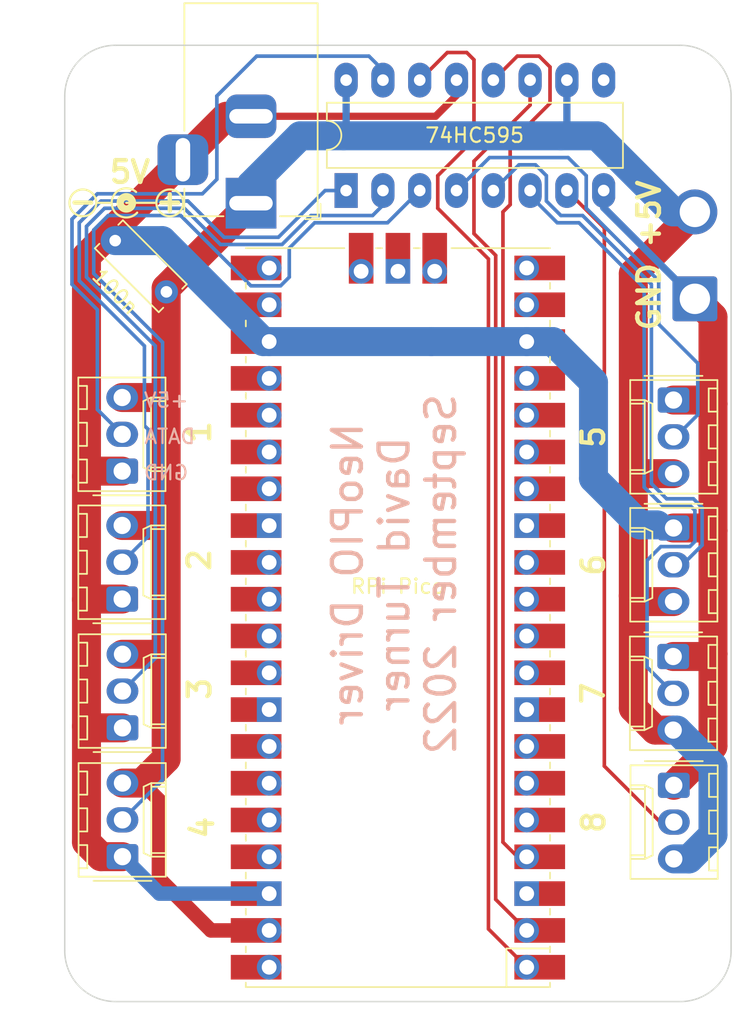
<source format=kicad_pcb>
(kicad_pcb (version 20211014) (generator pcbnew)
  (layers (0 "F.Cu" signal) (31 "B.Cu" signal) (34 "B.Paste" user) (35 "F.Paste" user) (36 "B.SilkS" user "B.Silkscreen") (37 "F.SilkS" user "F.Silkscreen") (38 "B.Mask" user) (39 "F.Mask" user) (44 "Edge.Cuts" user))
  (net 0 "")
  (net 1 "GND")
  (net 2 "+5V")
  (net 3 "Net-(J3-Pad2)")
  (net 4 "Net-(J4-Pad2)")
  (net 5 "Net-(J5-Pad2)")
  (net 6 "Net-(J6-Pad2)")
  (net 7 "Net-(J7-Pad2)")
  (net 8 "Net-(J8-Pad2)")
  (net 9 "Net-(J9-Pad2)")
  (net 10 "Net-(J10-Pad2)")
  (net 12 "/CLOCK")
  (net 13 "/LATCH")
  (net 14 "/DATA")
  (footprint "MountingHole:MountingHole_3.2mm_M3" (layer "F.Cu") (at 100.5 49.5)
    (fp_text reference "H1" hide)
    (fp_text value "MountingHole")
    (pad "" np_thru_hole circle (at 0 0) (size 3.2 3.2) (drill 3.2) (layers *.Cu *.Mask))
  )
  (footprint "MountingHole:MountingHole_3.2mm_M3" (layer "F.Cu") (at 100.5 108.5)
    (fp_text reference "H3" hide)
    (fp_text value "MountingHole")
    (pad "" np_thru_hole circle (at 0 0) (size 3.2 3.2) (drill 3.2) (layers *.Cu *.Mask))
  )
  (footprint "Connector_Molex:Molex_KK-254_AE-6410-03A_1x03_P2.54mm_Vertical" (layer "F.Cu") (at 100.965 75.39 90)
    (fp_text reference "J3" hide)
    (fp_text value "1" (at 2.695 5.325 90) (layer "F.SilkS") (effects (font (size 1.5 1.5) (thickness 0.3))))
    (pad "1" thru_hole roundrect (at 0 0 90) (size 1.74 2.19) (drill 1.19) (layers *.Cu *.Mask) (roundrect_rratio 0.1436781609) (net 1 "GND"))
    (pad "2" thru_hole oval (at 2.54 0 90) (size 1.74 2.19) (drill 1.19) (layers *.Cu *.Mask) (net 3 "Net-(J3-Pad2)"))
    (pad "3" thru_hole oval (at 5.08 0 90) (size 1.74 2.19) (drill 1.19) (layers *.Cu *.Mask) (net 2 "+5V"))
  )
  (footprint "Connector_Molex:Molex_KK-254_AE-6410-03A_1x03_P2.54mm_Vertical" (layer "F.Cu") (at 139.025 70.485 -90)
    (fp_text reference "J7" hide)
    (fp_text value "5" (at 2.54 5.535 90) (layer "F.SilkS") (effects (font (size 1.5 1.5) (thickness 0.3))))
    (pad "1" thru_hole roundrect (at 0 0 270) (size 1.74 2.19) (drill 1.19) (layers *.Cu *.Mask) (roundrect_rratio 0.1436781609) (net 1 "GND"))
    (pad "2" thru_hole oval (at 2.54 0 270) (size 1.74 2.19) (drill 1.19) (layers *.Cu *.Mask) (net 7 "Net-(J7-Pad2)"))
    (pad "3" thru_hole oval (at 5.08 0 270) (size 1.74 2.19) (drill 1.19) (layers *.Cu *.Mask) (net 2 "+5V"))
  )
  (footprint "Connector_Molex:Molex_KK-254_AE-6410-03A_1x03_P2.54mm_Vertical" (layer "F.Cu") (at 100.985 93.11 90)
    (fp_text reference "J5" hide)
    (fp_text value "3" (at 2.695 5.325 90) (layer "F.SilkS") (effects (font (size 1.5 1.5) (thickness 0.3))))
    (pad "1" thru_hole roundrect (at 0 0 90) (size 1.74 2.19) (drill 1.19) (layers *.Cu *.Mask) (roundrect_rratio 0.1436781609) (net 1 "GND"))
    (pad "2" thru_hole oval (at 2.54 0 90) (size 1.74 2.19) (drill 1.19) (layers *.Cu *.Mask) (net 5 "Net-(J5-Pad2)"))
    (pad "3" thru_hole oval (at 5.08 0 90) (size 1.74 2.19) (drill 1.19) (layers *.Cu *.Mask) (net 2 "+5V"))
  )
  (footprint "Package_DIP:DIP-16_W7.62mm_LongPads" (layer "F.Cu") (at 116.425 56.025 90)
    (fp_text reference "U1" hide)
    (fp_text value "74HC595" (at 3.81 8.875 180) (layer "F.SilkS"))
    (pad "1" thru_hole rect (at 0 0 90) (size 2.4 1.6) (drill 0.8) (layers *.Cu *.Mask) (net 4 "Net-(J4-Pad2)"))
    (pad "2" thru_hole oval (at 0 2.54 90) (size 2.4 1.6) (drill 0.8) (layers *.Cu *.Mask) (net 5 "Net-(J5-Pad2)"))
    (pad "3" thru_hole oval (at 0 5.08 90) (size 2.4 1.6) (drill 0.8) (layers *.Cu *.Mask) (net 6 "Net-(J6-Pad2)"))
    (pad "4" thru_hole oval (at 0 7.62 90) (size 2.4 1.6) (drill 0.8) (layers *.Cu *.Mask) (net 7 "Net-(J7-Pad2)"))
    (pad "5" thru_hole oval (at 0 10.16 90) (size 2.4 1.6) (drill 0.8) (layers *.Cu *.Mask) (net 8 "Net-(J8-Pad2)"))
    (pad "6" thru_hole oval (at 0 12.7 90) (size 2.4 1.6) (drill 0.8) (layers *.Cu *.Mask) (net 9 "Net-(J9-Pad2)"))
    (pad "7" thru_hole oval (at 0 15.24 90) (size 2.4 1.6) (drill 0.8) (layers *.Cu *.Mask) (net 10 "Net-(J10-Pad2)"))
    (pad "8" thru_hole oval (at 0 17.78 90) (size 2.4 1.6) (drill 0.8) (layers *.Cu *.Mask) (net 1 "GND"))
    (pad "9" thru_hole oval (at 7.62 17.78 90) (size 2.4 1.6) (drill 0.8) (layers *.Cu *.Mask))
    (pad "10" thru_hole oval (at 7.62 15.24 90) (size 2.4 1.6) (drill 0.8) (layers *.Cu *.Mask) (net 2 "+5V"))
    (pad "11" thru_hole oval (at 7.62 12.7 90) (size 2.4 1.6) (drill 0.8) (layers *.Cu *.Mask) (net 12 "/CLOCK"))
    (pad "12" thru_hole oval (at 7.62 10.16 90) (size 2.4 1.6) (drill 0.8) (layers *.Cu *.Mask) (net 13 "/LATCH"))
    (pad "13" thru_hole oval (at 7.62 7.62 90) (size 2.4 1.6) (drill 0.8) (layers *.Cu *.Mask) (net 1 "GND"))
    (pad "14" thru_hole oval (at 7.62 5.08 90) (size 2.4 1.6) (drill 0.8) (layers *.Cu *.Mask) (net 14 "/DATA"))
    (pad "15" thru_hole oval (at 7.62 2.54 90) (size 2.4 1.6) (drill 0.8) (layers *.Cu *.Mask) (net 3 "Net-(J3-Pad2)"))
    (pad "16" thru_hole oval (at 7.62 0 90) (size 2.4 1.6) (drill 0.8) (layers *.Cu *.Mask) (net 2 "+5V"))
  )
  (footprint "RPi_Pico:RPi_Pico_SMD_TH" (layer "F.Cu") (at 120 85.5 180)
    (fp_text reference "U2" hide)
    (fp_text value "RPi Pico" (at 0 2.159) (layer "F.SilkS"))
    (pad "" np_thru_hole oval (at 2.425 -20.97 180) (size 1.5 1.5) (drill 1.5) (layers *.Cu *.Mask))
    (pad "" np_thru_hole oval (at -2.725 -24 180) (size 1.8 1.8) (drill 1.8) (layers *.Cu *.Mask))
    (pad "" np_thru_hole oval (at -2.425 -20.97 180) (size 1.5 1.5) (drill 1.5) (layers *.Cu *.Mask))
    (pad "" np_thru_hole oval (at 2.725 -24 180) (size 1.8 1.8) (drill 1.8) (layers *.Cu *.Mask))
    (pad "1" thru_hole oval (at -8.89 -24.13 180) (size 1.7 1.7) (drill 1.02) (layers *.Cu *.Mask) (net 14 "/DATA"))
    (pad "1" smd rect (at -8.89 -24.13 180) (size 3.5 1.7) (drill (offset -0.9 0)) (layers "F.Cu" "F.Mask") (net 14 "/DATA"))
    (pad "2" smd rect (at -8.89 -21.59 180) (size 3.5 1.7) (drill (offset -0.9 0)) (layers "F.Cu" "F.Mask") (net 12 "/CLOCK"))
    (pad "2" thru_hole oval (at -8.89 -21.59 180) (size 1.7 1.7) (drill 1.02) (layers *.Cu *.Mask) (net 12 "/CLOCK"))
    (pad "3" thru_hole rect (at -8.89 -19.05 180) (size 1.7 1.7) (drill 1.02) (layers *.Cu *.Mask))
    (pad "3" smd rect (at -8.89 -19.05 180) (size 3.5 1.7) (drill (offset -0.9 0)) (layers "F.Cu" "F.Mask"))
    (pad "4" smd rect (at -8.89 -16.51 180) (size 3.5 1.7) (drill (offset -0.9 0)) (layers "F.Cu" "F.Mask") (net 13 "/LATCH"))
    (pad "4" thru_hole oval (at -8.89 -16.51 180) (size 1.7 1.7) (drill 1.02) (layers *.Cu *.Mask) (net 13 "/LATCH"))
    (pad "5" smd rect (at -8.89 -13.97 180) (size 3.5 1.7) (drill (offset -0.9 0)) (layers "F.Cu" "F.Mask"))
    (pad "5" thru_hole oval (at -8.89 -13.97 180) (size 1.7 1.7) (drill 1.02) (layers *.Cu *.Mask))
    (pad "6" thru_hole oval (at -8.89 -11.43 180) (size 1.7 1.7) (drill 1.02) (layers *.Cu *.Mask))
    (pad "6" smd rect (at -8.89 -11.43 180) (size 3.5 1.7) (drill (offset -0.9 0)) (layers "F.Cu" "F.Mask"))
    (pad "7" thru_hole oval (at -8.89 -8.89 180) (size 1.7 1.7) (drill 1.02) (layers *.Cu *.Mask))
    (pad "7" smd rect (at -8.89 -8.89 180) (size 3.5 1.7) (drill (offset -0.9 0)) (layers "F.Cu" "F.Mask"))
    (pad "8" thru_hole rect (at -8.89 -6.35 180) (size 1.7 1.7) (drill 1.02) (layers *.Cu *.Mask))
    (pad "8" smd rect (at -8.89 -6.35 180) (size 3.5 1.7) (drill (offset -0.9 0)) (layers "F.Cu" "F.Mask"))
    (pad "9" thru_hole oval (at -8.89 -3.81 180) (size 1.7 1.7) (drill 1.02) (layers *.Cu *.Mask))
    (pad "9" smd rect (at -8.89 -3.81 180) (size 3.5 1.7) (drill (offset -0.9 0)) (layers "F.Cu" "F.Mask"))
    (pad "10" thru_hole oval (at -8.89 -1.27 180) (size 1.7 1.7) (drill 1.02) (layers *.Cu *.Mask))
    (pad "10" smd rect (at -8.89 -1.27 180) (size 3.5 1.7) (drill (offset -0.9 0)) (layers "F.Cu" "F.Mask"))
    (pad "11" thru_hole oval (at -8.89 1.27 180) (size 1.7 1.7) (drill 1.02) (layers *.Cu *.Mask))
    (pad "11" smd rect (at -8.89 1.27 180) (size 3.5 1.7) (drill (offset -0.9 0)) (layers "F.Cu" "F.Mask"))
    (pad "12" smd rect (at -8.89 3.81 180) (size 3.5 1.7) (drill (offset -0.9 0)) (layers "F.Cu" "F.Mask"))
    (pad "12" thru_hole oval (at -8.89 3.81 180) (size 1.7 1.7) (drill 1.02) (layers *.Cu *.Mask))
    (pad "13" thru_hole rect (at -8.89 6.35 180) (size 1.7 1.7) (drill 1.02) (layers *.Cu *.Mask))
    (pad "13" smd rect (at -8.89 6.35 180) (size 3.5 1.7) (drill (offset -0.9 0)) (layers "F.Cu" "F.Mask"))
    (pad "14" thru_hole oval (at -8.89 8.89 180) (size 1.7 1.7) (drill 1.02) (layers *.Cu *.Mask))
    (pad "14" smd rect (at -8.89 8.89 180) (size 3.5 1.7) (drill (offset -0.9 0)) (layers "F.Cu" "F.Mask"))
    (pad "15" thru_hole oval (at -8.89 11.43 180) (size 1.7 1.7) (drill 1.02) (layers *.Cu *.Mask))
    (pad "15" smd rect (at -8.89 11.43 180) (size 3.5 1.7) (drill (offset -0.9 0)) (layers "F.Cu" "F.Mask"))
    (pad "16" smd rect (at -8.89 13.97 180) (size 3.5 1.7) (drill (offset -0.9 0)) (layers "F.Cu" "F.Mask"))
    (pad "16" thru_hole oval (at -8.89 13.97 180) (size 1.7 1.7) (drill 1.02) (layers *.Cu *.Mask))
    (pad "17" thru_hole oval (at -8.89 16.51 180) (size 1.7 1.7) (drill 1.02) (layers *.Cu *.Mask))
    (pad "17" smd rect (at -8.89 16.51 180) (size 3.5 1.7) (drill (offset -0.9 0)) (layers "F.Cu" "F.Mask"))
    (pad "18" thru_hole rect (at -8.89 19.05 180) (size 1.7 1.7) (drill 1.02) (layers *.Cu *.Mask) (net 1 "GND"))
    (pad "18" smd rect (at -8.89 19.05 180) (size 3.5 1.7) (drill (offset -0.9 0)) (layers "F.Cu" "F.Mask") (net 1 "GND"))
    (pad "19" thru_hole oval (at -8.89 21.59 180) (size 1.7 1.7) (drill 1.02) (layers *.Cu *.Mask))
    (pad "19" smd rect (at -8.89 21.59 180) (size 3.5 1.7) (drill (offset -0.9 0)) (layers "F.Cu" "F.Mask"))
    (pad "20" thru_hole oval (at -8.89 24.13 180) (size 1.7 1.7) (drill 1.02) (layers *.Cu *.Mask))
    (pad "20" smd rect (at -8.89 24.13 180) (size 3.5 1.7) (drill (offset -0.9 0)) (layers "F.Cu" "F.Mask"))
    (pad "21" thru_hole oval (at 8.89 24.13 180) (size 1.7 1.7) (drill 1.02) (layers *.Cu *.Mask))
    (pad "21" smd rect (at 8.89 24.13 180) (size 3.5 1.7) (drill (offset 0.9 0)) (layers "F.Cu" "F.Mask"))
    (pad "22" thru_hole oval (at 8.89 21.59 180) (size 1.7 1.7) (drill 1.02) (layers *.Cu *.Mask))
    (pad "22" smd rect (at 8.89 21.59 180) (size 3.5 1.7) (drill (offset 0.9 0)) (layers "F.Cu" "F.Mask"))
    (pad "23" thru_hole rect (at 8.89 19.05 180) (size 1.7 1.7) (drill 1.02) (layers *.Cu *.Mask) (net 1 "GND"))
    (pad "23" smd rect (at 8.89 19.05 180) (size 3.5 1.7) (drill (offset 0.9 0)) (layers "F.Cu" "F.Mask") (net 1 "GND"))
    (pad "24" smd rect (at 8.89 16.51 180) (size 3.5 1.7) (drill (offset 0.9 0)) (layers "F.Cu" "F.Mask"))
    (pad "24" thru_hole oval (at 8.89 16.51 180) (size 1.7 1.7) (drill 1.02) (layers *.Cu *.Mask))
    (pad "25" smd rect (at 8.89 13.97 180) (size 3.5 1.7) (drill (offset 0.9 0)) (layers "F.Cu" "F.Mask"))
    (pad "25" thru_hole oval (at 8.89 13.97 180) (size 1.7 1.7) (drill 1.02) (layers *.Cu *.Mask))
    (pad "26" smd rect (at 8.89 11.43 180) (size 3.5 1.7) (drill (offset 0.9 0)) (layers "F.Cu" "F.Mask"))
    (pad "26" thru_hole oval (at 8.89 11.43 180) (size 1.7 1.7) (drill 1.02) (layers *.Cu *.Mask))
    (pad "27" thru_hole oval (at 8.89 8.89 180) (size 1.7 1.7) (drill 1.02) (layers *.Cu *.Mask))
    (pad "27" smd rect (at 8.89 8.89 180) (size 3.5 1.7) (drill (offset 0.9 0)) (layers "F.Cu" "F.Mask"))
    (pad "28" smd rect (at 8.89 6.35 180) (size 3.5 1.7) (drill (offset 0.9 0)) (layers "F.Cu" "F.Mask"))
    (pad "28" thru_hole rect (at 8.89 6.35 180) (size 1.7 1.7) (drill 1.02) (layers *.Cu *.Mask))
    (pad "29" smd rect (at 8.89 3.81 180) (size 3.5 1.7) (drill (offset 0.9 0)) (layers "F.Cu" "F.Mask"))
    (pad "29" thru_hole oval (at 8.89 3.81 180) (size 1.7 1.7) (drill 1.02) (layers *.Cu *.Mask))
    (pad "30" thru_hole oval (at 8.89 1.27 180) (size 1.7 1.7) (drill 1.02) (layers *.Cu *.Mask))
    (pad "30" smd rect (at 8.89 1.27 180) (size 3.5 1.7) (drill (offset 0.9 0)) (layers "F.Cu" "F.Mask"))
    (pad "31" thru_hole oval (at 8.89 -1.27 180) (size 1.7 1.7) (drill 1.02) (layers *.Cu *.Mask))
    (pad "31" smd rect (at 8.89 -1.27 180) (size 3.5 1.7) (drill (offset 0.9 0)) (layers "F.Cu" "F.Mask"))
    (pad "32" smd rect (at 8.89 -3.81 180) (size 3.5 1.7) (drill (offset 0.9 0)) (layers "F.Cu" "F.Mask"))
    (pad "32" thru_hole oval (at 8.89 -3.81 180) (size 1.7 1.7) (drill 1.02) (layers *.Cu *.Mask))
    (pad "33" smd rect (at 8.89 -6.35 180) (size 3.5 1.7) (drill (offset 0.9 0)) (layers "F.Cu" "F.Mask"))
    (pad "33" thru_hole rect (at 8.89 -6.35 180) (size 1.7 1.7) (drill 1.02) (layers *.Cu *.Mask))
    (pad "34" smd rect (at 8.89 -8.89 180) (size 3.5 1.7) (drill (offset 0.9 0)) (layers "F.Cu" "F.Mask"))
    (pad "34" thru_hole oval (at 8.89 -8.89 180) (size 1.7 1.7) (drill 1.02) (layers *.Cu *.Mask))
    (pad "35" smd rect (at 8.89 -11.43 180) (size 3.5 1.7) (drill (offset 0.9 0)) (layers "F.Cu" "F.Mask"))
    (pad "35" thru_hole oval (at 8.89 -11.43 180) (size 1.7 1.7) (drill 1.02) (layers *.Cu *.Mask))
    (pad "36" smd rect (at 8.89 -13.97 180) (size 3.5 1.7) (drill (offset 0.9 0)) (layers "F.Cu" "F.Mask"))
    (pad "36" thru_hole oval (at 8.89 -13.97 180) (size 1.7 1.7) (drill 1.02) (layers *.Cu *.Mask))
    (pad "37" thru_hole oval (at 8.89 -16.51 180) (size 1.7 1.7) (drill 1.02) (layers *.Cu *.Mask))
    (pad "37" smd rect (at 8.89 -16.51 180) (size 3.5 1.7) (drill (offset 0.9 0)) (layers "F.Cu" "F.Mask"))
    (pad "38" thru_hole rect (at 8.89 -19.05 180) (size 1.7 1.7) (drill 1.02) (layers *.Cu *.Mask) (net 1 "GND"))
    (pad "38" smd rect (at 8.89 -19.05 180) (size 3.5 1.7) (drill (offset 0.9 0)) (layers "F.Cu" "F.Mask") (net 1 "GND"))
    (pad "39" smd rect (at 8.89 -21.59 180) (size 3.5 1.7) (drill (offset 0.9 0)) (layers "F.Cu" "F.Mask") (net 2 "+5V"))
    (pad "39" thru_hole oval (at 8.89 -21.59 180) (size 1.7 1.7) (drill 1.02) (layers *.Cu *.Mask) (net 2 "+5V"))
    (pad "40" smd rect (at 8.89 -24.13 180) (size 3.5 1.7) (drill (offset 0.9 0)) (layers "F.Cu" "F.Mask"))
    (pad "40" thru_hole oval (at 8.89 -24.13 180) (size 1.7 1.7) (drill 1.02) (layers *.Cu *.Mask))
    (pad "41" smd rect (at -2.54 23.9 270) (size 3.5 1.7) (drill (offset -0.9 0)) (layers "F.Cu" "F.Mask"))
    (pad "41" thru_hole oval (at -2.54 23.9 180) (size 1.7 1.7) (drill 1.02) (layers *.Cu *.Mask))
    (pad "42" thru_hole rect (at 0 23.9 180) (size 1.7 1.7) (drill 1.02) (layers *.Cu *.Mask))
    (pad "42" smd rect (at 0 23.9 270) (size 3.5 1.7) (drill (offset -0.9 0)) (layers "F.Cu" "F.Mask"))
    (pad "43" smd rect (at 2.54 23.9 270) (size 3.5 1.7) (drill (offset -0.9 0)) (layers "F.Cu" "F.Mask"))
    (pad "43" thru_hole oval (at 2.54 23.9 180) (size 1.7 1.7) (drill 1.02) (layers *.Cu *.Mask))
  )
  (footprint "Connector_Molex:Molex_KK-254_AE-6410-03A_1x03_P2.54mm_Vertical" (layer "F.Cu") (at 139.025 79.315 -90)
    (fp_text reference "J8" hide)
    (fp_text value "6" (at 2.54 5.535 90) (layer "F.SilkS") (effects (font (size 1.5 1.5) (thickness 0.3))))
    (pad "1" thru_hole roundrect (at 0 0 270) (size 1.74 2.19) (drill 1.19) (layers *.Cu *.Mask) (roundrect_rratio 0.1436781609) (net 1 "GND"))
    (pad "2" thru_hole oval (at 2.54 0 270) (size 1.74 2.19) (drill 1.19) (layers *.Cu *.Mask) (net 8 "Net-(J8-Pad2)"))
    (pad "3" thru_hole oval (at 5.08 0 270) (size 1.74 2.19) (drill 1.19) (layers *.Cu *.Mask) (net 2 "+5V"))
  )
  (footprint "MountingHole:MountingHole_3.2mm_M3" (layer "F.Cu") (at 139.5 108.5)
    (fp_text reference "H4" hide)
    (fp_text value "MountingHole")
    (pad "" np_thru_hole circle (at 0 0) (size 3.2 3.2) (drill 3.2) (layers *.Cu *.Mask))
  )
  (footprint "Connector_BarrelJack:BarrelJack_Horizontal" (layer "F.Cu") (at 109.8575 56.9 -90)
    (fp_text reference "J2" hide)
    (fp_text value "5V" (at -2.15 8.3575) (layer "F.SilkS") (effects (font (size 1.5 1.5) (thickness 0.3))))
    (pad "1" thru_hole rect (at 0 0 270) (size 3.5 3.5) (drill oval 1 3) (layers *.Cu *.Mask) (net 2 "+5V"))
    (pad "2" thru_hole roundrect (at -6 0 270) (size 3 3.5) (drill oval 1 3) (layers *.Cu *.Mask) (net 1 "GND"))
    (pad "3" thru_hole roundrect (at -3 4.7 270) (size 3.5 3.5) (drill oval 3 1) (layers *.Cu *.Mask) (net 1 "GND"))
  )
  (footprint "Connector_Molex:Molex_KK-254_AE-6410-03A_1x03_P2.54mm_Vertical" (layer "F.Cu") (at 100.965 84.22 90)
    (fp_text reference "J4" hide)
    (fp_text value "2" (at 2.695 5.325 90) (layer "F.SilkS") (effects (font (size 1.5 1.5) (thickness 0.3))))
    (pad "1" thru_hole roundrect (at 0 0 90) (size 1.74 2.19) (drill 1.19) (layers *.Cu *.Mask) (roundrect_rratio 0.1436781609) (net 1 "GND"))
    (pad "2" thru_hole oval (at 2.54 0 90) (size 1.74 2.19) (drill 1.19) (layers *.Cu *.Mask) (net 4 "Net-(J4-Pad2)"))
    (pad "3" thru_hole oval (at 5.08 0 90) (size 1.74 2.19) (drill 1.19) (layers *.Cu *.Mask) (net 2 "+5V"))
  )
  (footprint "Capacitor_THT:C_Disc_D6.0mm_W2.5mm_P5.00mm" (layer "F.Cu") (at 104.017767 63.017767 135)
    (fp_text reference "C1" hide)
    (fp_text value "100n" (at 2.5 -2.474874 315 unlocked) (layer "F.SilkS"))
    (pad "1" thru_hole circle (at 0 0 135) (size 1.6 1.6) (drill 0.8) (layers *.Cu *.Mask) (net 2 "+5V"))
    (pad "2" thru_hole circle (at 5 0 135) (size 1.6 1.6) (drill 0.8) (layers *.Cu *.Mask) (net 1 "GND"))
  )
  (footprint "Connector_Wire:SolderWire-1.5sqmm_1x02_P6mm_D1.7mm_OD3mm" (layer "F.Cu") (at 140.5 63.5 90)
    (fp_text reference "J1" hide)
    (fp_text value "GND +5V" (at 3 -3.16 90) (layer "F.SilkS") (effects (font (size 1.5 1.5) (thickness 0.3))))
    (pad "1" thru_hole roundrect (at 0 0 90) (size 3.1 3.1) (drill 2.1) (layers *.Cu *.Mask) (roundrect_rratio 0.08064483871) (net 1 "GND"))
    (pad "2" thru_hole circle (at 6 0 90) (size 3.1 3.1) (drill 2.1) (layers *.Cu *.Mask) (net 2 "+5V"))
  )
  (footprint "MountingHole:MountingHole_3.2mm_M3" (layer "F.Cu") (at 139.5 49.5)
    (fp_text reference "H2" hide)
    (fp_text value "MountingHole")
    (pad "" np_thru_hole circle (at 0 0) (size 3.2 3.2) (drill 3.2) (layers *.Cu *.Mask))
  )
  (footprint "Connector_Molex:Molex_KK-254_AE-6410-03A_1x03_P2.54mm_Vertical" (layer "F.Cu") (at 100.985 102 90)
    (fp_text reference "J6" hide)
    (fp_text value "4" (at 2 5.515 90) (layer "F.SilkS") (effects (font (size 1.5 1.5) (thickness 0.3))))
    (pad "1" thru_hole roundrect (at 0 0 90) (size 1.74 2.19) (drill 1.19) (layers *.Cu *.Mask) (roundrect_rratio 0.1436781609) (net 1 "GND"))
    (pad "2" thru_hole oval (at 2.54 0 90) (size 1.74 2.19) (drill 1.19) (layers *.Cu *.Mask) (net 6 "Net-(J6-Pad2)"))
    (pad "3" thru_hole oval (at 5.08 0 90) (size 1.74 2.19) (drill 1.19) (layers *.Cu *.Mask) (net 2 "+5V"))
  )
  (footprint "Connector_Molex:Molex_KK-254_AE-6410-03A_1x03_P2.54mm_Vertical" (layer "F.Cu") (at 139.045 97.075 -90)
    (fp_text reference "J10" hide)
    (fp_text value "8" (at 2.54 5.535 90) (layer "F.SilkS") (effects (font (size 1.5 1.5) (thickness 0.3))))
    (pad "1" thru_hole roundrect (at 0 0 270) (size 1.74 2.19) (drill 1.19) (layers *.Cu *.Mask) (roundrect_rratio 0.1436781609) (net 1 "GND"))
    (pad "2" thru_hole oval (at 2.54 0 270) (size 1.74 2.19) (drill 1.19) (layers *.Cu *.Mask) (net 10 "Net-(J10-Pad2)"))
    (pad "3" thru_hole oval (at 5.08 0 270) (size 1.74 2.19) (drill 1.19) (layers *.Cu *.Mask) (net 2 "+5V"))
  )
  (footprint "Connector_Molex:Molex_KK-254_AE-6410-03A_1x03_P2.54mm_Vertical" (layer "F.Cu") (at 139.005 88.185 -90)
    (fp_text reference "J9" hide)
    (fp_text value "7" (at 2.54 5.535 90) (layer "F.SilkS") (effects (font (size 1.5 1.5) (thickness 0.3))))
    (pad "1" thru_hole roundrect (at 0 0 270) (size 1.74 2.19) (drill 1.19) (layers *.Cu *.Mask) (roundrect_rratio 0.1436781609) (net 1 "GND"))
    (pad "2" thru_hole oval (at 2.54 0 270) (size 1.74 2.19) (drill 1.19) (layers *.Cu *.Mask) (net 9 "Net-(J9-Pad2)"))
    (pad "3" thru_hole oval (at 5.08 0 270) (size 1.74 2.19) (drill 1.19) (layers *.Cu *.Mask) (net 2 "+5V"))
  )
  (footprint "Symbol:Symbol_Barrel_Polarity" (layer "F.Cu") (at 101.25 56.8)
    (fp_text reference "REF**" hide)
    (fp_text value "Symbol_Barrel_Polarity")
  )
  (gr_arc (start 143 108.5) (mid 141.974874 110.974874) (end 139.5 112) (layer "Edge.Cuts") (width 0.1))
  (gr_arc (start 100.5 112) (mid 98.025126 110.974874) (end 97 108.5) (layer "Edge.Cuts") (width 0.1))
  (gr_arc (start 97 49.5) (mid 98.025126 47.025126) (end 100.5 46) (layer "Edge.Cuts") (width 0.1))
  (gr_line (start 143 49.5) (end 143 108.5) (layer "Edge.Cuts") (width 0.1))
  (gr_line (start 97 108.5) (end 97 49.5) (layer "Edge.Cuts") (width 0.1))
  (gr_line (start 100.5 46) (end 139.5 46) (layer "Edge.Cuts") (width 0.1))
  (gr_arc (start 139.5 46) (mid 141.974874 47.025126) (end 143 49.5) (layer "Edge.Cuts") (width 0.1))
  (gr_line (start 139.5 112) (end 100.5 112) (layer "Edge.Cuts") (width 0.1))
  (gr_text "GND" (at 104 75.5) (layer "B.SilkS") (effects (font (size 1 1)) (justify mirror)))
  (gr_text "DATA" (at 104.25 73) (layer "B.SilkS") (effects (font (size 1 1)) (justify mirror)))
  (gr_text "+5V" (at 104 70.5) (layer "B.SilkS") (effects (font (size 1 1)) (justify mirror)))
  (gr_text "NeoPIO Driver\nDavid Turner\nSeptember 2022" (at 119.75 82.5 90) (layer "B.SilkS") (effects (font (size 2 2) (thickness 0.3)) (justify mirror)))
  (gr_text "-" (at 98.25 56.75) (layer "F.SilkS") (effects (font (size 1.5 1.5) (thickness 0.3)) (justify mirror)))
  (gr_text "+" (at 104.25 56.75) (layer "F.SilkS") (effects (font (size 1.5 1.5) (thickness 0.3)) (justify mirror)))
  (segment (start 139.025 79.315) (end 141.565 79.315) (width 2) (layer "F.Cu") (net 1))
  (segment (start 100.965 84.22) (end 98.53 84.22) (width 2) (layer "F.Cu") (net 1))
  (segment (start 98.5 101) (end 98.5 93) (width 2) (layer "F.Cu") (net 1))
  (segment (start 98.86 75.39) (end 98.5 75.75) (width 2) (layer "F.Cu") (net 1))
  (segment (start 108.1575 50.9) (end 109.8575 50.9) (width 2) (layer "F.Cu") (net 1))
  (segment (start 141.75 79.5) (end 141.75 88) (width 2) (layer "F.Cu") (net 1))
  (segment (start 100.985 93.11) (end 98.61 93.11) (width 2) (layer "F.Cu") (net 1))
  (segment (start 124.045 48.405) (end 124.045 49.455) (width 0.5) (layer "F.Cu") (net 1))
  (segment (start 99.5 102) (end 98.5 101) (width 2) (layer "F.Cu") (net 1))
  (segment (start 141.75 88) (end 141.75 94.37) (width 2) (layer "F.Cu") (net 1))
  (segment (start 98.5 60.5575) (end 105.1575 53.9) (width 2) (layer "F.Cu") (net 1))
  (segment (start 98.53 84.22) (end 98.5 84.25) (width 2) (layer "F.Cu") (net 1))
  (segment (start 141.565 88.185) (end 141.75 88) (width 2) (layer "F.Cu") (net 1))
  (segment (start 98.61 93.11) (end 98.5 93) (width 2) (layer "F.Cu") (net 1))
  (segment (start 141.75 64.75) (end 141.75 70.75) (width 2) (layer "F.Cu") (net 1))
  (segment (start 100.985 102) (end 99.5 102) (width 2) (layer "F.Cu") (net 1))
  (segment (start 141.485 70.485) (end 141.75 70.75) (width 2) (layer "F.Cu") (net 1))
  (segment (start 124.045 49.455) (end 122.6 50.9) (width 0.5) (layer "F.Cu") (net 1))
  (segment (start 141.565 79.315) (end 141.75 79.5) (width 2) (layer "F.Cu") (net 1))
  (segment (start 98.5 93) (end 98.5 84.25) (width 2) (layer "F.Cu") (net 1))
  (segment (start 100.965 75.39) (end 98.86 75.39) (width 2) (layer "F.Cu") (net 1))
  (segment (start 140.5 63.5) (end 141.75 64.75) (width 2) (layer "F.Cu") (net 1))
  (segment (start 139.045 97.075) (end 141.75 94.37) (width 2) (layer "F.Cu") (net 1))
  (segment (start 105.1575 53.9) (end 108.1575 50.9) (width 2) (layer "F.Cu") (net 1))
  (segment (start 141.75 70.75) (end 141.75 79.5) (width 2) (layer "F.Cu") (net 1))
  (segment (start 98.5 84.25) (end 98.5 75.75) (width 2) (layer "F.Cu") (net 1))
  (segment (start 139.025 70.485) (end 141.485 70.485) (width 2) (layer "F.Cu") (net 1))
  (segment (start 139.005 88.185) (end 141.565 88.185) (width 2) (layer "F.Cu") (net 1))
  (segment (start 98.5 75.75) (end 98.5 60.5575) (width 2) (layer "F.Cu") (net 1))
  (segment (start 122.6 50.9) (end 109.8575 50.9) (width 0.5) (layer "F.Cu") (net 1))
  (segment (start 111.11 104.55) (end 103.535 104.55) (width 1) (layer "B.Cu") (net 1))
  (segment (start 136.7 79.1) (end 137.9 79.1) (width 2) (layer "B.Cu") (net 1))
  (segment (start 134.205 57.205) (end 140.5 63.5) (width 0.5) (layer "B.Cu") (net 1))
  (segment (start 103.535 104.55) (end 100.985 102) (width 1) (layer "B.Cu") (net 1))
  (segment (start 122.3 66.45) (end 128.89 66.45) (width 2) (layer "B.Cu") (net 1))
  (segment (start 134.205 56.025) (end 134.205 57.205) (width 0.5) (layer "B.Cu") (net 1))
  (segment (start 122.3 66.45) (end 111.11 66.45) (width 2) (layer "B.Cu") (net 1))
  (segment (start 133.5 69.25) (end 133.5 75.9) (width 2) (layer "B.Cu") (net 1))
  (segment (start 139.025 79.315) (end 138.115 79.315) (width 1.5) (layer "B.Cu") (net 1))
  (segment (start 111.11 66.45) (end 110.7 66.45) (width 2) (layer "B.Cu") (net 1))
  (segment (start 130.7 66.45) (end 133.5 69.25) (width 2) (layer "B.Cu") (net 1))
  (segment (start 138.115 79.315) (end 137.9 79.1) (width 1.5) (layer "B.Cu") (net 1))
  (segment (start 103.732233 59.482233) (end 100.482233 59.482233) (width 2) (layer "B.Cu") (net 1))
  (segment (start 128.89 66.45) (end 130.7 66.45) (width 2) (layer "B.Cu") (net 1))
  (segment (start 133.5 75.9) (end 136.7 79.1) (width 2) (layer "B.Cu") (net 1))
  (segment (start 110.7 66.45) (end 103.732233 59.482233) (width 2) (layer "B.Cu") (net 1))
  (segment (start 139.025 84.395) (end 136.645 84.395) (width 2) (layer "F.Cu") (net 2))
  (segment (start 137.765 93.265) (end 139.005 93.265) (width 2) (layer "F.Cu") (net 2))
  (segment (start 107.09 107.09) (end 111.11 107.09) (width 1) (layer "F.Cu") (net 2))
  (segment (start 103.5 98.09) (end 102.33 96.92) (width 1) (layer "F.Cu") (net 2))
  (segment (start 136.935 75.565) (end 136.25 76.25) (width 2) (layer "F.Cu") (net 2))
  (segment (start 104 71) (end 104 79.75) (width 2) (layer "F.Cu") (net 2))
  (segment (start 136.25 91.75) (end 137.765 93.265) (width 2) (layer "F.Cu") (net 2))
  (segment (start 103.5 103.5) (end 107.09 107.09) (width 1) (layer "F.Cu") (net 2))
  (segment (start 139.025 75.565) (end 136.935 75.565) (width 2) (layer "F.Cu") (net 2))
  (segment (start 100.965 70.31) (end 103.31 70.31) (width 2) (layer "F.Cu") (net 2))
  (segment (start 102.33 96.92) (end 100.985 96.92) (width 2) (layer "F.Cu") (net 2))
  (segment (start 136.25 84) (end 136.25 91.75) (width 2) (layer "F.Cu") (net 2))
  (segment (start 136.25 61.75) (end 136.25 76.25) (width 2) (layer "F.Cu") (net 2))
  (segment (start 104 87.75) (end 104 95.25) (width 2) (layer "F.Cu") (net 2))
  (segment (start 136.645 84.395) (end 136.25 84) (width 2) (layer "F.Cu") (net 2))
  (segment (start 103.72 88.03) (end 104 87.75) (width 2) (layer "F.Cu") (net 2))
  (segment (start 103.5 103.5) (end 103.5 98.09) (width 1) (layer "F.Cu") (net 2))
  (segment (start 103.39 79.14) (end 104 79.75) (width 2) (layer "F.Cu") (net 2))
  (segment (start 100.965 79.14) (end 103.39 79.14) (width 2) (layer "F.Cu") (net 2))
  (segment (start 136.25 76.25) (end 136.25 84) (width 2) (layer "F.Cu") (net 2))
  (segment (start 104 79.75) (end 104 87.75) (width 2) (layer "F.Cu") (net 2))
  (segment (start 109.8575 56.9) (end 104 62.7575) (width 2) (layer "F.Cu") (net 2))
  (segment (start 104 95.25) (end 102.33 96.92) (width 2) (layer "F.Cu") (net 2))
  (segment (start 140.5 57.5) (end 136.25 61.75) (width 2) (layer "F.Cu") (net 2))
  (segment (start 104 62.7575) (end 104 71) (width 2) (layer "F.Cu") (net 2))
  (segment (start 103.31 70.31) (end 104 71) (width 2) (layer "F.Cu") (net 2))
  (segment (start 100.985 88.03) (end 103.72 88.03) (width 2) (layer "F.Cu") (net 2))
  (segment (start 139.265 93.265) (end 141.75 95.75) (width 2) (layer "B.Cu") (net 2))
  (segment (start 140.5 57.5) (end 139 57.5) (width 2) (layer "B.Cu") (net 2))
  (segment (start 139 57.5) (end 133.75 52.25) (width 2) (layer "B.Cu") (net 2))
  (segment (start 116.25 52.25) (end 113.25 52.25) (width 2) (layer "B.Cu") (net 2))
  (segment (start 116.425 48.405) (end 116.425 52.075) (width 0.5) (layer "B.Cu") (net 2))
  (segment (start 109.8575 55.6425) (end 109.8575 56.9) (width 2) (layer "B.Cu") (net 2))
  (segment (start 141.75 95.75) (end 141.75 100.5) (width 2) (layer "B.Cu") (net 2))
  (segment (start 133.75 52.25) (end 131.25 52.25) (width 2) (layer "B.Cu") (net 2))
  (segment (start 141.75 100.5) (end 140.095 102.155) (width 2) (layer "B.Cu") (net 2))
  (segment (start 139.005 93.265) (end 139.265 93.265) (width 2) (layer "B.Cu") (net 2))
  (segment (start 131.665 48.405) (end 131.665 51.835) (width 0.5) (layer "B.Cu") (net 2))
  (segment (start 140.095 102.155) (end 139.045 102.155) (width 2) (layer "B.Cu") (net 2))
  (segment (start 116.425 52.075) (end 116.25 52.25) (width 0.5) (layer "B.Cu") (net 2))
  (segment (start 113.25 52.25) (end 109.8575 55.6425) (width 2) (layer "B.Cu") (net 2))
  (segment (start 131.25 52.25) (end 116.25 52.25) (width 2) (layer "B.Cu") (net 2))
  (segment (start 131.665 51.835) (end 131.25 52.25) (width 0.5) (layer "B.Cu") (net 2))
  (segment (start 99.25 56.25) (end 97.5 58) (width 0.25) (layer "B.Cu") (net 3))
  (segment (start 106.5 56.25) (end 99.25 56.25) (width 0.25) (layer "B.Cu") (net 3))
  (segment (start 118.965 47.715) (end 118 46.75) (width 0.25) (layer "B.Cu") (net 3))
  (segment (start 118.965 48.405) (end 118.965 47.715) (width 0.25) (layer "B.Cu") (net 3))
  (segment (start 99.25 71.135) (end 100.965 72.85) (width 0.25) (layer "B.Cu") (net 3))
  (segment (start 118 46.75) (end 110.25 46.75) (width 0.25) (layer "B.Cu") (net 3))
  (segment (start 110.25 46.75) (end 107.5 49.5) (width 0.25) (layer "B.Cu") (net 3))
  (segment (start 97.5 58) (end 97.5 62.5) (width 0.25) (layer "B.Cu") (net 3))
  (segment (start 97.5 62.5) (end 99.25 64.25) (width 0.25) (layer "B.Cu") (net 3))
  (segment (start 107.5 49.5) (end 107.5 55.25) (width 0.25) (layer "B.Cu") (net 3))
  (segment (start 99.25 64.25) (end 99.25 71.135) (width 0.25) (layer "B.Cu") (net 3))
  (segment (start 107.5 55.25) (end 106.5 56.25) (width 0.25) (layer "B.Cu") (net 3))
  (segment (start 108 59.25) (end 105.5 56.75) (width 0.25) (layer "B.Cu") (net 4))
  (segment (start 102.75 79.895) (end 100.965 81.68) (width 0.25) (layer "B.Cu") (net 4))
  (segment (start 99.5 56.75) (end 98 58.25) (width 0.25) (layer "B.Cu") (net 4))
  (segment (start 102.5 72.25) (end 102.75 72.5) (width 0.25) (layer "B.Cu") (net 4))
  (segment (start 98 62.25) (end 102.5 66.75) (width 0.25) (layer "B.Cu") (net 4))
  (segment (start 102.75 72.5) (end 102.75 79.895) (width 0.25) (layer "B.Cu") (net 4))
  (segment (start 114.975 56.025) (end 111.75 59.25) (width 0.25) (layer "B.Cu") (net 4))
  (segment (start 98 58.25) (end 98 62.25) (width 0.25) (layer "B.Cu") (net 4))
  (segment (start 116.425 56.025) (end 114.975 56.025) (width 0.25) (layer "B.Cu") (net 4))
  (segment (start 102.5 66.75) (end 102.5 72.25) (width 0.25) (layer "B.Cu") (net 4))
  (segment (start 105.5 56.75) (end 99.5 56.75) (width 0.25) (layer "B.Cu") (net 4))
  (segment (start 111.75 59.25) (end 108 59.25) (width 0.25) (layer "B.Cu") (net 4))
  (segment (start 107.75 59.75) (end 105.25 57.25) (width 0.25) (layer "B.Cu") (net 5))
  (segment (start 118.965 57.035) (end 118.25 57.75) (width 0.25) (layer "B.Cu") (net 5))
  (segment (start 99.75 57.25) (end 98.5 58.5) (width 0.25) (layer "B.Cu") (net 5))
  (segment (start 114 57.75) (end 112 59.75) (width 0.25) (layer "B.Cu") (net 5))
  (segment (start 103.25 66.75) (end 103.25 88.305) (width 0.25) (layer "B.Cu") (net 5))
  (segment (start 118.25 57.75) (end 114 57.75) (width 0.25) (layer "B.Cu") (net 5))
  (segment (start 105.25 57.25) (end 99.75 57.25) (width 0.25) (layer "B.Cu") (net 5))
  (segment (start 103.25 88.305) (end 100.985 90.57) (width 0.25) (layer "B.Cu") (net 5))
  (segment (start 112 59.75) (end 107.75 59.75) (width 0.25) (layer "B.Cu") (net 5))
  (segment (start 118.965 56.025) (end 118.965 57.035) (width 0.25) (layer "B.Cu") (net 5))
  (segment (start 98.5 58.5) (end 98.5 62) (width 0.25) (layer "B.Cu") (net 5))
  (segment (start 98.5 62) (end 103.25 66.75) (width 0.25) (layer "B.Cu") (net 5))
  (segment (start 111.9 62.6) (end 109.85 62.6) (width 0.25) (layer "B.Cu") (net 6))
  (segment (start 121.505 56.025) (end 119.28 58.25) (width 0.25) (layer "B.Cu") (net 6))
  (segment (start 119.28 58.25) (end 114.25 58.25) (width 0.25) (layer "B.Cu") (net 6))
  (segment (start 103.75 66.5) (end 103.75 96.695) (width 0.25) (layer "B.Cu") (net 6))
  (segment (start 103.75 96.695) (end 100.985 99.46) (width 0.25) (layer "B.Cu") (net 6))
  (segment (start 99 61.75) (end 103.75 66.5) (width 0.25) (layer "B.Cu") (net 6))
  (segment (start 105 57.75) (end 100 57.75) (width 0.25) (layer "B.Cu") (net 6))
  (segment (start 112.5 60) (end 112.5 62) (width 0.25) (layer "B.Cu") (net 6))
  (segment (start 100 57.75) (end 99 58.75) (width 0.25) (layer "B.Cu") (net 6))
  (segment (start 112.5 62) (end 111.9 62.6) (width 0.25) (layer "B.Cu") (net 6))
  (segment (start 114.25 58.25) (end 112.5 60) (width 0.25) (layer "B.Cu") (net 6))
  (segment (start 109.85 62.6) (end 105 57.75) (width 0.25) (layer "B.Cu") (net 6))
  (segment (start 99 58.75) (end 99 61.75) (width 0.25) (layer "B.Cu") (net 6))
  (segment (start 131.75 53.75) (end 133 55) (width 0.25) (layer "B.Cu") (net 7))
  (segment (start 124.045 56.025) (end 126.32 53.75) (width 0.25) (layer "B.Cu") (net 7))
  (segment (start 138 62.25) (end 138 65.25) (width 0.25) (layer "B.Cu") (net 7))
  (segment (start 133 55) (end 133 57.25) (width 0.25) (layer "B.Cu") (net 7))
  (segment (start 133 57.25) (end 138 62.25) (width 0.25) (layer "B.Cu") (net 7))
  (segment (start 138 65.25) (end 140.7 67.95) (width 0.25) (layer "B.Cu") (net 7))
  (segment (start 139.175 73.025) (end 139.025 73.025) (width 0.25) (layer "B.Cu") (net 7))
  (segment (start 126.32 53.75) (end 131.75 53.75) (width 0.25) (layer "B.Cu") (net 7))
  (segment (start 140.7 67.95) (end 140.7 71.5) (width 0.25) (layer "B.Cu") (net 7))
  (segment (start 140.7 71.5) (end 139.175 73.025) (width 0.25) (layer "B.Cu") (net 7))
  (segment (start 129.5 54.25) (end 130.25 55) (width 0.25) (layer "B.Cu") (net 8))
  (segment (start 130.25 56.75) (end 131.25 57.75) (width 0.25) (layer "B.Cu") (net 8))
  (segment (start 141 77.9) (end 141 80.5) (width 0.25) (layer "B.Cu") (net 8))
  (segment (start 130.25 55) (end 130.25 56.75) (width 0.25) (layer "B.Cu") (net 8))
  (segment (start 128.36 54.25) (end 129.5 54.25) (width 0.25) (layer "B.Cu") (net 8))
  (segment (start 126.585 56.025) (end 128.36 54.25) (width 0.25) (layer "B.Cu") (net 8))
  (segment (start 131.25 57.75) (end 132.75 57.75) (width 0.25) (layer "B.Cu") (net 8))
  (segment (start 137.5 62.5) (end 137.5 76.25) (width 0.25) (layer "B.Cu") (net 8))
  (segment (start 132.75 57.75) (end 137.5 62.5) (width 0.25) (layer "B.Cu") (net 8))
  (segment (start 140.4 77.3) (end 141 77.9) (width 0.25) (layer "B.Cu") (net 8))
  (segment (start 138.55 77.3) (end 140.4 77.3) (width 0.25) (layer "B.Cu") (net 8))
  (segment (start 141 80.5) (end 139.645 81.855) (width 0.25) (layer "B.Cu") (net 8))
  (segment (start 137.5 76.25) (end 138.55 77.3) (width 0.25) (layer "B.Cu") (net 8))
  (segment (start 140.5 78.1) (end 140.5 80.25) (width 0.25) (layer "B.Cu") (net 9))
  (segment (start 129.125 56.025) (end 129.125 56.375) (width 0.25) (layer "B.Cu") (net 9))
  (segment (start 132.5 58.25) (end 137 62.75) (width 0.25) (layer "B.Cu") (net 9))
  (segment (start 138.15 80.6) (end 137.2 81.55) (width 0.25) (layer "B.Cu") (net 9))
  (segment (start 137 76.5) (end 138.25 77.75) (width 0.25) (layer "B.Cu") (net 9))
  (segment (start 140.5 80.25) (end 140.15 80.6) (width 0.25) (layer "B.Cu") (net 9))
  (segment (start 131 58.25) (end 132.5 58.25) (width 0.25) (layer "B.Cu") (net 9))
  (segment (start 129.125 56.375) (end 131 58.25) (width 0.25) (layer "B.Cu") (net 9))
  (segment (start 140.15 77.75) (end 140.5 78.1) (width 0.25) (layer "B.Cu") (net 9))
  (segment (start 137.2 88.92) (end 139.005 90.725) (width 0.25) (layer "B.Cu") (net 9))
  (segment (start 138.25 77.75) (end 140.15 77.75) (width 0.25) (layer "B.Cu") (net 9))
  (segment (start 137.2 81.55) (end 137.2 88.92) (width 0.25) (layer "B.Cu") (net 9))
  (segment (start 137 62.75) (end 137 76.5) (width 0.25) (layer "B.Cu") (net 9))
  (segment (start 140.15 80.6) (end 138.15 80.6) (width 0.25) (layer "B.Cu") (net 9))
  (segment (start 134.25 95.75) (end 138.115 99.615) (width 0.25) (layer "F.Cu") (net 10))
  (segment (start 134.25 58.61) (end 134.25 95.75) (width 0.25) (layer "F.Cu") (net 10))
  (segment (start 138.115 99.615) (end 139.045 99.615) (width 0.25) (layer "F.Cu") (net 10))
  (segment (start 131.665 56.025) (end 134.25 58.61) (width 0.25) (layer "F.Cu") (net 10))
  (segment (start 125.25 54) (end 129.125 50.125) (width 0.25) (layer "F.Cu") (net 12))
  (segment (start 126.75 104.95) (end 126.75 60.5) (width 0.25) (layer "F.Cu") (net 12))
  (segment (start 126.75 60.5) (end 125.25 59) (width 0.25) (layer "F.Cu") (net 12))
  (segment (start 129.125 50.125) (end 129.125 48.405) (width 0.25) (layer "F.Cu") (net 12))
  (segment (start 128.89 107.09) (end 126.75 104.95) (width 0.25) (layer "F.Cu") (net 12))
  (segment (start 125.25 59) (end 125.25 54) (width 0.25) (layer "F.Cu") (net 12))
  (segment (start 127.75 57) (end 127.75 52.75) (width 0.25) (layer "F.Cu") (net 13))
  (segment (start 130.5 50) (end 130.5 47.5) (width 0.25) (layer "F.Cu") (net 13))
  (segment (start 129.75 46.75) (end 128.24 46.75) (width 0.25) (layer "F.Cu") (net 13))
  (segment (start 130.5 47.5) (end 129.75 46.75) (width 0.25) (layer "F.Cu") (net 13))
  (segment (start 128.89 102.01) (end 128.26 102.01) (width 0.25) (layer "F.Cu") (net 13))
  (segment (start 128.26 102.01) (end 127.25 101) (width 0.25) (layer "F.Cu") (net 13))
  (segment (start 127.25 101) (end 127.25 57.5) (width 0.25) (layer "F.Cu") (net 13))
  (segment (start 127.75 52.75) (end 130.5 50) (width 0.25) (layer "F.Cu") (net 13))
  (segment (start 128.24 46.75) (end 126.585 48.405) (width 0.25) (layer "F.Cu") (net 13))
  (segment (start 127.25 57.5) (end 127.75 57) (width 0.25) (layer "F.Cu") (net 13))
  (segment (start 125.25 52.5) (end 125.25 47) (width 0.25) (layer "F.Cu") (net 14))
  (segment (start 122.75 55) (end 125.25 52.5) (width 0.25) (layer "F.Cu") (net 14))
  (segment (start 125.25 47) (end 124.75 46.5) (width 0.25) (layer "F.Cu") (net 14))
  (segment (start 128.89 109.63) (end 126.25 106.99) (width 0.25) (layer "F.Cu") (net 14))
  (segment (start 126.25 106.99) (end 126.25 60.75) (width 0.25) (layer "F.Cu") (net 14))
  (segment (start 126.25 60.75) (end 122.75 57.25) (width 0.25) (layer "F.Cu") (net 14))
  (segment (start 123.41 46.5) (end 121.505 48.405) (width 0.25) (layer "F.Cu") (net 14))
  (segment (start 122.75 57.25) (end 122.75 55) (width 0.25) (layer "F.Cu") (net 14))
  (segment (start 124.75 46.5) (end 123.41 46.5) (width 0.25) (layer "F.Cu") (net 14))
)
</source>
